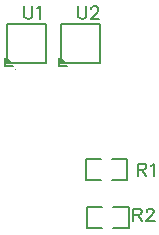
<source format=gto>
G04 Layer: TopSilkscreenLayer*
G04 EasyEDA v6.5.51, 2025-09-20 15:47:23*
G04 253a245d6267489c8966ad05d83ebf9d,d57bd40a603b42be9e37e0d49851eb9c,10*
G04 Gerber Generator version 0.2*
G04 Scale: 100 percent, Rotated: No, Reflected: No *
G04 Dimensions in millimeters *
G04 leading zeros omitted , absolute positions ,4 integer and 5 decimal *
%FSLAX45Y45*%
%MOMM*%

%ADD10C,0.1524*%
%ADD11C,0.1000*%
%ADD12C,0.0192*%

%LPD*%
D10*
X1600200Y-2462784D02*
G01*
X1600200Y-2571750D01*
X1600200Y-2462784D02*
G01*
X1646936Y-2462784D01*
X1662429Y-2467863D01*
X1667763Y-2473197D01*
X1672844Y-2483612D01*
X1672844Y-2494026D01*
X1667763Y-2504439D01*
X1662429Y-2509520D01*
X1646936Y-2514600D01*
X1600200Y-2514600D01*
X1636521Y-2514600D02*
G01*
X1672844Y-2571750D01*
X1707134Y-2483612D02*
G01*
X1717547Y-2478278D01*
X1733295Y-2462784D01*
X1733295Y-2571750D01*
X635000Y-1129284D02*
G01*
X635000Y-1207262D01*
X640079Y-1222755D01*
X650494Y-1233170D01*
X666242Y-1238250D01*
X676655Y-1238250D01*
X692150Y-1233170D01*
X702563Y-1222755D01*
X707644Y-1207262D01*
X707644Y-1129284D01*
X741934Y-1150112D02*
G01*
X752347Y-1144778D01*
X768095Y-1129284D01*
X768095Y-1238250D01*
X1562100Y-2843784D02*
G01*
X1562100Y-2952750D01*
X1562100Y-2843784D02*
G01*
X1608836Y-2843784D01*
X1624329Y-2848863D01*
X1629663Y-2854197D01*
X1634744Y-2864612D01*
X1634744Y-2875026D01*
X1629663Y-2885439D01*
X1624329Y-2890520D01*
X1608836Y-2895600D01*
X1562100Y-2895600D01*
X1598421Y-2895600D02*
G01*
X1634744Y-2952750D01*
X1674368Y-2869692D02*
G01*
X1674368Y-2864612D01*
X1679447Y-2854197D01*
X1684781Y-2848863D01*
X1695195Y-2843784D01*
X1715770Y-2843784D01*
X1726184Y-2848863D01*
X1731518Y-2854197D01*
X1736597Y-2864612D01*
X1736597Y-2875026D01*
X1731518Y-2885439D01*
X1721104Y-2900934D01*
X1669034Y-2952750D01*
X1741931Y-2952750D01*
X1092200Y-1129284D02*
G01*
X1092200Y-1207262D01*
X1097279Y-1222755D01*
X1107694Y-1233170D01*
X1123442Y-1238250D01*
X1133855Y-1238250D01*
X1149350Y-1233170D01*
X1159763Y-1222755D01*
X1164844Y-1207262D01*
X1164844Y-1129284D01*
X1204468Y-1155192D02*
G01*
X1204468Y-1150112D01*
X1209547Y-1139697D01*
X1214881Y-1134363D01*
X1225295Y-1129284D01*
X1245870Y-1129284D01*
X1256284Y-1134363D01*
X1261618Y-1139697D01*
X1266697Y-1150112D01*
X1266697Y-1160526D01*
X1261618Y-1170939D01*
X1251204Y-1186434D01*
X1199134Y-1238250D01*
X1272031Y-1238250D01*
G36*
X495554Y-1566875D02*
G01*
X495554Y-1612646D01*
X541324Y-1612646D01*
G37*
G36*
X952957Y-1566824D02*
G01*
X952957Y-1612442D01*
X998575Y-1612442D01*
G37*
X1381119Y-2606309D02*
G01*
X1509613Y-2606309D01*
X1509613Y-2422890D01*
X1381119Y-2422890D01*
X1285880Y-2606309D02*
G01*
X1157386Y-2606309D01*
X1157386Y-2422890D01*
X1285880Y-2422890D01*
X495531Y-1282931D02*
G01*
X825268Y-1282931D01*
X825268Y-1612668D01*
X495531Y-1612668D01*
X495531Y-1282931D01*
X472671Y-1566870D02*
G01*
X472671Y-1635528D01*
X541329Y-1635528D01*
X1393819Y-3012709D02*
G01*
X1522313Y-3012709D01*
X1522313Y-2829290D01*
X1393819Y-2829290D01*
X1298580Y-3012709D02*
G01*
X1170086Y-3012709D01*
X1170086Y-2829290D01*
X1298580Y-2829290D01*
X952980Y-1283180D02*
G01*
X1282219Y-1283180D01*
X1282219Y-1612419D01*
X952980Y-1612419D01*
X952980Y-1283180D01*
X930120Y-1566819D02*
G01*
X930120Y-1635279D01*
X998580Y-1635279D01*
D11*
G75*
G01
X565404Y-1662659D02*
G03X565404Y-1662659I-5004J0D01*
G75*
G01
X1022604Y-1662430D02*
G03X1022604Y-1662430I-5004J0D01*
M02*

</source>
